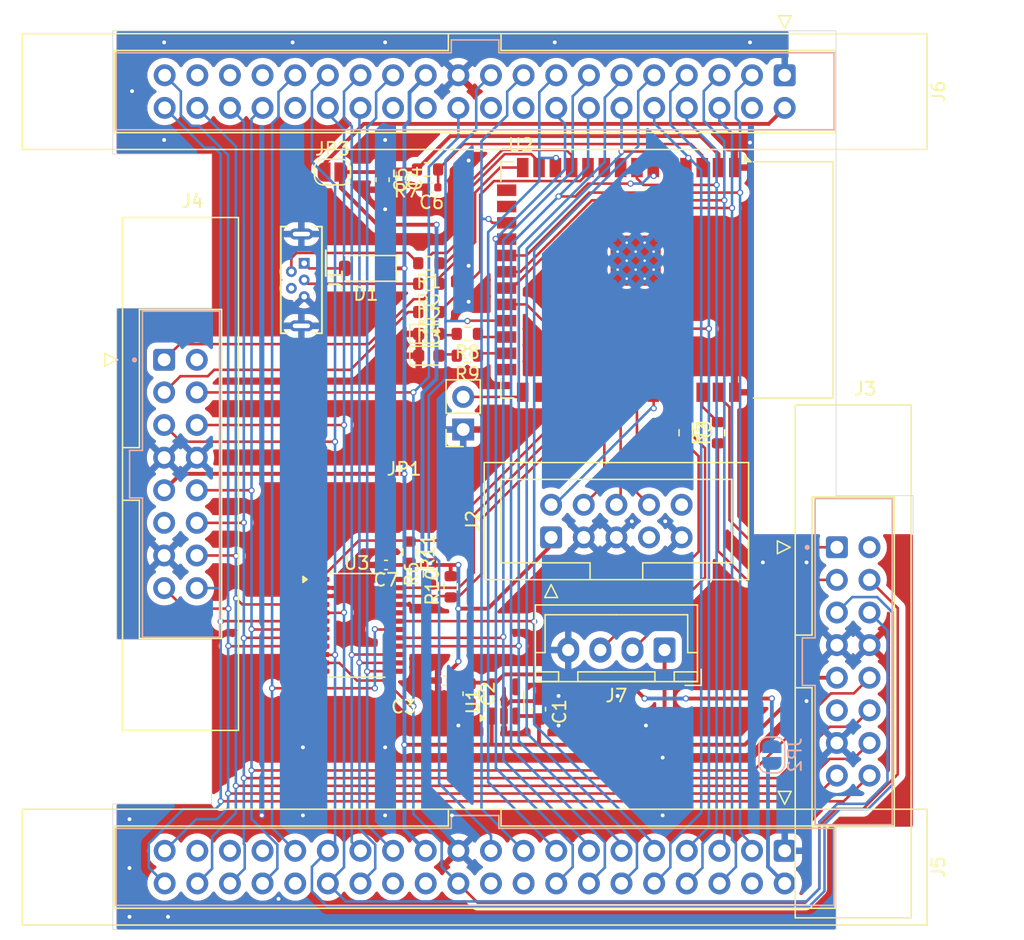
<source format=kicad_pcb>
(kicad_pcb (version 20240108) (generator "pcbnew") (generator_version "8.0")
  (title_block (title "YardForce Rev4-6 CoverUI-Adapter") (date "2024-11-11") (rev "0.1") (comment 1 "(C) Apehaenger 2024 <joerg@ebeling.ws>") (comment 2 "For https://openmower.de & Patrickzzz"))
  (layers (0 "F.Cu" signal) (31 "B.Cu" signal) (34 "B.Paste" user) (35 "F.Paste" user) (36 "B.SilkS" user "B.Silkscreen") (37 "F.SilkS" user "F.Silkscreen") (38 "B.Mask" user) (39 "F.Mask" user) (44 "Edge.Cuts" user))
  (net 0 "")
  (net 1 "/LED_LOCK")
  (net 2 "/HALL_LIFT")
  (net 3 "/LED_8H{slash}R1")
  (net 4 "GND")
  (net 5 "/HALL_LIFTX")
  (net 6 "/BTN_S2")
  (net 7 "/LED_6H{slash}LCD")
  (net 8 "/LED_CHARGE")
  (net 9 "/LED_4H{slash}LCD")
  (net 10 "/STOP_1")
  (net 11 "/HALL_RBUMP")
  (net 12 "/LED_S1{slash}ADS7843_BUSY")
  (net 13 "/BTN_LOCK")
  (net 14 "/BTN_PLAY")
  (net 15 "/STOP_2")
  (net 16 "/BTN_4H{slash}R4")
  (net 17 "/BTN_6H{slash}R5")
  (net 18 "/BTN_HOME")
  (net 19 "/LCD_BACKLIGHT")
  (net 20 "/BTN_10H{slash}R3")
  (net 21 "/BTN_S1")
  (net 22 "/BTN_8H{slash}ADS7843_PEN_IRQ")
  (net 23 "/LED_LIFTED_ADS7843_CS")
  (net 24 "/HALL_LBUMP")
  (net 25 "/LED_S2")
  (net 26 "/LED_10H{slash}LCD")
  (net 28 "+3V3")
  (net 29 "+5V")
  (net 30 "Net-(D1-A)")
  (net 31 "Net-(J1-D-)")
  (net 59 "Net-(U2-TXD0)")
  (net 60 "/JTAG_TMS-SWDIO")
  (net 61 "/JTAG_TDO-SWD")
  (net 62 "/JTAG_TCK-SWCLK")
  (net 63 "/JTAG_NRST")
  (net 64 "/JTAG_TDI")
  (net 65 "/RXD0")
  (net 66 "/TXD0")
  (net 67 "/RXD1")
  (net 68 "/TXD1")
  (net 69 "Net-(U2-IO17)")
  (net 70 "Net-(U2-EN)")
  (net 71 "Net-(JP1-B)")
  (net 72 "Net-(D2-A)")
  (net 73 "Net-(D3-A)")
  (net 74 "/LED_GN")
  (net 75 "/LED_RD")
  (net 77 "Net-(J1-D+)")
  (net 78 "/USB_D-")
  (net 79 "/USB_D+")
  (net 82 "/RXDX")
  (net 83 "/TXDX")
  (net 84 "Net-(U2-IO2)")
  (net 85 "/PE_SCL")
  (net 86 "/PE_SDA")
  (net 87 "/~{PE_INT}")
  (net 88 "/LED_CONN_ADS7843-DIN")
  (net 89 "/LED_BAT_ADS7843-DOUT")
  (net 91 "Net-(J5-Pin_2)")
  (net 92 "Net-(J6-Pin_2)")
  (footprint "Resistor_SMD:R_0603_1608Metric" (layer "F.Cu") (at 144.2 60.8 180)
    (property "Reference" "R7")
    (property "Value" "10k")
  )
  (footprint "Resistor_SMD:R_0603_1608Metric" (layer "F.Cu") (at 142.8 90.6 -90)
    (property "Reference" "R11")
    (property "Value" "10k")
  )
  (footprint "Capacitor_SMD:C_0402_1005Metric" (layer "F.Cu") (at 140.9675 91.6 180)
    (property "Reference" "C7")
    (property "Value" ".1uF")
  )
  (footprint "Diode_SMD:D_SOD-123" (layer "F.Cu") (at 139.4 68.5 180)
    (property "Reference" "D1")
    (property "Value" "D_Schottky")
  )
  (footprint "libs:IDC-Hybrid_2x08_P2.54mm_Latch_Vertical" (layer "F.Cu") (at 176.15 90.2 -90)
    (property "Reference" "J3")
    (property "Value" "YF-Rev6-B")
  )
  (footprint "Capacitor_SMD:C_0603_1608Metric" (layer "F.Cu") (at 140.7 61.6 -90)
    (property "Reference" "C5")
    (property "Value" "10uF")
  )
  (footprint "Connector_IDC:IDC-Header_2x05_P2.54mm_Vertical" (layer "F.Cu") (at 153.82 89.4525 90)
    (property "Reference" "J2")
    (property "Value" "JTAG ARM-10")
  )
  (footprint "Resistor_SMD:R_0603_1608Metric" (layer "F.Cu") (at 166.8 81.3 90)
    (property "Reference" "R5")
    (property "Value" "22	")
  )
  (footprint "Capacitor_SMD:C_0603_1608Metric" (layer "F.Cu") (at 152.875001 102.824999 90)
    (property "Reference" "C1")
    (property "Value" "10uF/10V")
  )
  (footprint "Resistor_SMD:R_0603_1608Metric" (layer "F.Cu") (at 144.4 92.3 90)
    (property "Reference" "R6")
    (property "Value" "10k")
  )
  (footprint "Capacitor_SMD:C_0402_1005Metric" (layer "F.Cu") (at 144.52 62.2 180)
    (property "Reference" "C6")
    (property "Value" "1uF")
  )
  (footprint "LED_SMD:LED_0603_1608Metric" (layer "F.Cu") (at 144.3 73.6)
    (property "Reference" "D2")
    (property "Value" "LED GREEN")
  )
  (footprint "Resistor_SMD:R_0603_1608Metric" (layer "F.Cu") (at 146 93.3 90)
    (property "Reference" "R10")
    (property "Value" "10k")
  )
  (footprint "libs:ESP32-S3-WROOM-1_MOD" (layer "F.Cu") (at 162.86 69.4 -90)
    (property "Reference" "U2")
    (property "Value" "ESP32-S3-WROOM-1")
  )
  (footprint "Jumper:SolderJumper-2_P1.3mm_Open_RoundedPad1.0x1.5mm" (layer "F.Cu") (at 136.8 61)
    (property "Reference" "JP3")
    (property "Value" "Rev4-B 3.3V")
  )
  (footprint "libs:IDC-Hybrid_2x08_P2.54mm_Latch_Vertical" (layer "F.Cu") (at 123.79 75.6 -90)
    (property "Reference" "J4")
    (property "Value" "YF-Rev6-A")
  )
  (footprint "Resistor_SMD:R_0603_1608Metric" (layer "F.Cu") (at 147.3 73.6 180)
    (property "Reference" "R8")
    (property "Value" "180")
  )
  (footprint "Resistor_SMD:R_0603_1608Metric" (layer "F.Cu") (at 144.3 69.7 180)
    (property "Reference" "R2")
    (property "Value" "0")
  )
  (footprint "Connector_PinSocket_2.54mm:PinSocket_1x02_P2.54mm_Vertical" (layer "F.Cu") (at 146.975 81.05 180)
    (property "Reference" "JP1")
    (property "Value" "Boot")
  )
  (footprint "Resistor_SMD:R_0603_1608Metric" (layer "F.Cu") (at 147.3 75.3 180)
    (property "Reference" "R9")
    (property "Value" "220")
  )
  (footprint "Package_TO_SOT_SMD:SOT-23-5" (layer "F.Cu") (at 150.15 102.224999 90)
    (property "Reference" "U1")
    (property "Value" "XC6220B331MR")
  )
  (footprint "libs:IDC-Hybrid_2x20_P2.54mm_Latch_Vertical" (layer "F.Cu") (at 172.01 53.51 180)
    (property "Reference" "J6")
    (property "Value" "YF-Rev4-B")
  )
  (footprint "libs:USB_Micro-B_Wuerth_614105150721_Vertical" (layer "F.Cu") (at 134.6 68.1 -90)
    (property "Reference" "J1")
    (property "Value" "USB_OTG")
  )
  (footprint "Package_SO:TSSOP-24_4.4x7.8mm_P0.65mm" (layer "F.Cu") (at 138.6875 96.3)
    (property "Reference" "U3")
    (property "Value" "TCA9555PWR")
  )
  (footprint "Resistor_SMD:R_0603_1608Metric" (layer "F.Cu") (at 144.3 71.9 180)
    (property "Reference" "R4")
    (property "Value" "22	")
  )
  (footprint "Resistor_SMD:R_0603_1608Metric" (layer "F.Cu") (at 144.3 68.1 180)
    (property "Reference" "R1")
    (property "Value" "0")
  )
  (footprint "Resistor_SMD:R_0603_1608Metric" (layer "F.Cu") (at 164.3 81.3 -90)
    (property "Reference" "R3")
    (property "Value" "22	")
  )
  (footprint "libs:IDC-Hybrid_2x20_P2.54mm_Latch_Vertical" (layer "F.Cu") (at 172.01 113.91 180)
    (property "Reference" "J5")
    (property "Value" "YF-Rev4-A")
  )
  (footprint "Capacitor_SMD:C_0603_1608Metric" (layer "F.Cu") (at 147.475001 101.624999 -90)
    (property "Reference" "C2")
    (property "Value" "10uF/10V")
  )
  (footprint "Connector_JST:JST_XH_B4B-XH-A_1x04_P2.50mm_Vertical" (layer "F.Cu") (at 162.65 98.225 180)
    (property "Reference" "J7")
    (property "Value" "OM UI Board")
  )
  (footprint "Capacitor_SMD:C_0402_1005Metric" (layer "F.Cu") (at 142.1 61.5 -90)
    (property "Reference" "C4")
    (property "Value" ".1uF")
  )
  (footprint "LED_SMD:LED_0603_1608Metric" (layer "F.Cu") (at 144.3 75.3)
    (property "Reference" "D3")
    (property "Value" "LED RED")
  )
  (footprint "Capacitor_SMD:C_0402_1005Metric" (layer "F.Cu") (at 145.5 100.6 180)
    (property "Reference" "C3")
    (property "Value" ".1uF")
  )
  (footprint "Jumper:SolderJumper-2_P1.3mm_Open_RoundedPad1.0x1.5mm" (layer "B.Cu") (at 171 106.4 90)
    (property "Reference" "JP2")
    (property "Value" "Rev4-A 3.3V")
  )
  (gr_line (start 176 50) (end 176 86.2) (stroke (width 0.05)) (layer "Edge.Cuts"))
  (gr_line (start 127.4 71.6) (end 127.4 59.6) (stroke (width 0.05)) (layer "Edge.Cuts"))
  (gr_line (start 127.4 110.2) (end 127.4 110.2) (stroke (width 0.05)) (layer "Edge.Cuts"))
  (gr_line (start 182 112) (end 182 86.2) (stroke (width 0.05)) (layer "Edge.Cuts"))
  (gr_line (start 120 71.6) (end 127.4 71.6) (stroke (width 0.05)) (layer "Edge.Cuts"))
  (gr_line (start 176 112) (end 182 112) (stroke (width 0.05)) (layer "Edge.Cuts"))
  (gr_line (start 176 112) (end 176 120) (stroke (width 0.05)) (layer "Edge.Cuts"))
  (gr_line (start 127.4 59.6) (end 119.7 59.6) (stroke (width 0.05)) (layer "Edge.Cuts"))
  (gr_line (start 127.4 110.2) (end 127.4 97.4) (stroke (width 0.05)) (layer "Edge.Cuts"))
  (gr_line (start 119.7 50) (end 176 50) (stroke (width 0.05)) (layer "Edge.Cuts"))
  (gr_line (start 182 86.2) (end 176 86.2) (stroke (width 0.05)) (layer "Edge.Cuts"))
  (gr_line (start 176 120) (end 119.7 120) (stroke (width 0.05)) (layer "Edge.Cuts"))
  (gr_line (start 119.7 50) (end 119.7 59.6) (stroke (width 0.05)) (layer "Edge.Cuts"))
  (gr_line (start 127.4 97.4) (end 120 97.4) (stroke (width 0.05)) (layer "Edge.Cuts"))
  (gr_line (start 120 97.4) (end 120 71.6) (stroke (width 0.05)) (layer "Edge.Cuts"))
  (gr_line (start 119.7 110.2) (end 127.4 110.2) (stroke (width 0.05)) (layer "Edge.Cuts"))
  (gr_line (start 119.7 120) (end 119.7 110.2) (stroke (width 0.05)) (layer "Edge.Cuts"))
  (segment (start 149.6 66.3) (end 150.285 66.3) (width 0.2) (layer "F.Cu") (net 1))
  (segment (start 149.5 66.2) (end 149.6 66.3) (width 0.2) (layer "F.Cu") (net 1))
  (via (at 149.5 66.2) (size 0.48) (drill 0.3) (layers "F.Cu" "B.Cu") (net 1))
  (segment (start 149.5 66.2) (end 154.9 60.8) (width 0.2) (layer "B.Cu") (net 1))
  (segment (start 149.52 107.42) (end 155.5 113.4) (width 0.2) (layer "B.Cu") (net 1))
  (segment (start 155.5 113.4) (end 155.5 115.12) (width 0.2) (layer "B.Cu") (net 1))
  (segment (start 154.9 60.8) (end 154.9 57.26) (width 0.2) (layer "B.Cu") (net 1))
  (segment (start 154.9 57.26) (end 154.22 56.58) (width 0.2) (layer "B.Cu") (net 1))
  (segment (start 155.5 115.12) (end 154.22 116.4) (width 0.2) (layer "B.Cu") (net 1))
  (segment (start 149.5 66.2) (end 149.52 66.22) (width 0.2) (layer "B.Cu") (net 1))
  (segment (start 149.52 66.22) (end 149.52 107.42) (width 0.2) (layer "B.Cu") (net 1))
  (segment (start 135.825 95.975) (end 128.125 95.975) (width 0.2) (layer "F.Cu") (net 2))
  (segment (start 176.6 110) (end 128.1 110) (width 0.2) (layer "F.Cu") (net 2))
  (segment (start 128.125 95.975) (end 128.1 96) (width 0.2) (layer "F.Cu") (net 2))
  (segment (start 178.6 108) (end 176.6 110) (width 0.2) (layer "F.Cu") (net 2))
  (via (at 128.1 96) (size 0.48) (drill 0.3) (layers "F.Cu" "B.Cu") (net 2))
  (via (at 128.1 110) (size 0.48) (drill 0.3) (layers "F.Cu" "B.Cu") (net 2))
  (segment (start 122.5 115.16) (end 123.74 116.4) (width 0.2) (layer "B.Cu") (net 2))
  (segment (start 128.1 59.6) (end 128.1 93.4) (width 0.2) (layer "B.Cu") (net 2))
  (segment (start 127.6 59.1) (end 128.1 59.6) (width 0.2) (layer "B.Cu") (net 2))
  (segment (start 128.1 110) (end 128.1 110.2) (width 0.2) (layer "B.Cu") (net 2))
  (segment (start 126.24 93.4) (end 128.1 93.4) (width 0.2) (layer "B.Cu") (net 2))
  (segment (start 128.1 93.4) (end 128.1 96) (width 0.2) (layer "B.Cu") (net 2))
  (segment (start 128.1 96) (end 128.1 110) (width 0.2) (layer "B.Cu") (net 2))
  (segment (start 126.84 59.1) (end 127.6 59.1) (width 0.2) (layer "B.Cu") (net 2))
  (segment (start 123.74 56) (end 126.84 59.1) (width 0.2) (layer "B.Cu") (net 2))
  (segment (start 125.2 110.6) (end 122.5 113.3) (width 0.2) (layer "B.Cu") (net 2))
  (segment (start 122.5 113.3) (end 122.5 115.16) (width 0.2) (layer "B.Cu") (net 2))
  (segment (start 128.1 110.2) (end 127.7 110.6) (width 0.2) (layer "B.Cu") (net 2))
  (segment (start 127.7 110.6) (end 125.2 110.6) (width 0.2) (layer "B.Cu") (net 2))
  (segment (start 155.7 62.9) (end 156.7 61.9) (width 0.2) (layer "F.Cu") (net 3))
  (segment (start 156.7 61.9) (end 160 61.9) (width 0.2) (layer "F.Cu") (net 3))
  (segment (start 154.4 62.9) (end 155.7 62.9) (width 0.2) (layer "F.Cu") (net 3))
  (via (at 154.4 62.9) (size 0.48) (drill 0.3) (layers "F.Cu" "B.Cu") (net 3))
  (via (at 160 61.9) (size 0.48) (drill 0.3) (layers "F.Cu" "B.Cu") (net 3))
  (via (at 161.8 61.3) (size 0.48) (drill 0.3) (layers "F.Cu" "B.Cu") (net 3))
  (segment (start 160.9 61.9) (end 161.5 61.3) (width 0.2) (layer "B.Cu") (net 3))
  (segment (start 158 113.2) (end 158 115.16) (width 0.2) (layer "B.Cu") (net 3))
  (segment (start 161.5 61.3) (end 161.8 61.3) (width 0.2) (layer "B.Cu") (net 3))
  (segment (start 154.4 62.9) (end 156.7 60.6) (width 0.2) (layer "B.Cu") (net 3))
  (segment (start 154.4 62.9) (end 150.7 66.6) (width 0.2) (layer "B.Cu") (net 3))
  (segment (start 160 61.9) (end 160.9 61.9) (width 0.2) (layer "B.Cu") (net 3))
  (segment (start 156.7 60.6) (end 156.7 56.391206) (width 0.2) (layer "B.Cu") (net 3))
  (segment (start 150.7 66.6) (end 150.7 105.9) (width 0.2) (layer "B.Cu") (net 3))
  (segment (start 158 115.16) (end 156.76 116.4) (width 0.2) (layer "B.Cu") (net 3))
  (segment (start 150.7 105.9) (end 158 113.2) (width 0.2) (layer "B.Cu") (net 3))
  (segment (start 135.825 93.375) (end 134.4625 93.375) (width 0.3) (layer "F.Cu") (net 4))
  (segment (start 137.0625 94.025) (end 137.0875 94) (width 0.3) (layer "F.Cu") (net 4))
  (segment (start 141.55 94.675) (end 140.3625 94.675) (width 0.3) (layer "F.Cu") (net 4))
  (segment (start 137.0625 93.375) (end 137.0875 93.4) (width 0.3) (layer "F.Cu") (net 4))
  (segment (start 150.15 102.7) (end 150.65 102.2) (width 0.3) (layer "F.Cu") (net 4))
  (segment (start 134.7125 99.875) (end 134.6875 99.9) (width 0.3) (layer "F.Cu") (net 4))
  (segment (start 150.65 102.2) (end 152.725 102.2) (width 0.3) (layer "F.Cu") (net 4))
  (segment (start 150.15 103.362499) (end 150.15 102.7) (width 0.3) (layer "F.Cu") (net 4))
  (segment (start 152.725 102.2) (end 152.875001 102.049999) (width 0.3) (layer "F.Cu") (net 4))
  (segment (start 140.3625 94.675) (end 140.2875 94.6) (width 0.3) (layer "F.Cu") (net 4))
  (segment (start 142.7125 94.675) (end 142.7875 94.6) (width 0.3) (layer "F.Cu") (net 4))
  (segment (start 135.825 99.875) (end 134.7125 99.875) (width 0.3) (layer "F.Cu") (net 4))
  (segment (start 134.4625 93.375) (end 134.3875 93.3) (width 0.3) (layer "F.Cu") (net 4))
  (segment (start 135.825 93.375) (end 137.0625 93.375) (width 0.3) (layer "F.Cu") (net 4))
  (segment (start 134.5125 94.025) (end 134.4875 94) (width 0.3) (layer "F.Cu") (net 4))
  (segment (start 135.825 94.025) (end 134.5125 94.025) (width 0.3) (layer "F.Cu") (net 4))
  (segment (start 141.55 94.675) (end 142.7125 94.675) (width 0.3) (layer "F.Cu") (net 4))
  (segment (start 135.825 94.025) (end 137.0625 94.025) (width 0.3) (layer "F.Cu") (net 4))
  (via (at 121 115.2) (size 0.48) (drill 0.3) (layers "F.Cu" "B.Cu") (net 4))
  (via (at 134.5 111.1) (size 0.48) (drill 0.3) (layers "F.Cu" "B.Cu") (net 4))
  (via (at 123.7 58.5) (size 0.48) (drill 0.3) (layers "F.Cu" "B.Cu") (net 4))
  (via (at 121.2 54.7) (size 0.48) (drill 0.3) (layers "F.Cu" "B.Cu") (net 4))
  (via (at 131.3 111.1) (size 0.48) (drill 0.3) (layers "F.Cu" "B.Cu") (net 4))
  (via (at 134.5 105.8) (size 0.48) (drill 0.3) (layers "F.Cu" "B.Cu") (net 4))
  (via (at 173.7 102.2) (size 0.48) (drill 0.3) (layers "F.Cu" "B.Cu") (net 4))
  (via (at 147.4 60.1) (size 0.48) (drill 0.3) (layers "F.Cu" "B.Cu") (net 4))
  (via (at 147.4 71.1) (size 0.48) (drill 0.3) (layers "F.Cu" "B.Cu") (net 4))
  (via (at 124 119) (size 0.48) (drill 0.3) (layers "F.Cu" "B.Cu") (net 4))
  (via (at 140.9 105.8) (size 0.48) (drill 0.3) (layers "F.Cu" "B.Cu") (net 4))
  (via (at 121 119) (size 0.48) (drill 0.3) (layers "F.Cu" "B.Cu") (net 4))
  (via (at 154.4 104.1) (size 0.48) (drill 0.3) (layers "F.Cu" "B.Cu") (net 4))
  (via (at 162.5 111.1) (size 0.48) (drill 0.3) (layers "F.Cu" "B.Cu") (net 4))
  (via (at 123.7 50.9) (size 0.48) (drill 0.3) (layers "F.Cu" "B.Cu") (net 4))
  (via (at 159 101.8) (size 0.48) (drill 0.3) (layers "F.Cu" "B.Cu") (net 4))
  (via (at 173.7 91.4) (size 0.48) (drill 0.3) (layers "F.Cu" "B.Cu") (net 4))
  (via (at 154.4 101.8) (size 0.48) (drill 0.3) (layers "F.Cu" "B.Cu") (net 4))
  (via (at 162.5 106.6) (size 0.48) (drill 0.3) (layers "F.Cu" "B.Cu") (net 4))
  (via (at 154.1 50.9) (size 0.48) (drill 0.3) (layers "F.Cu" "B.Cu") (net 4))
  (via (at 160.1 88.2) (size 0.48) (drill 0.3) (layers "F.Cu" "B.Cu") (net 4))
  (via (at 161.2 104.1) (size 0.48) (drill 0.3) (layers "F.Cu" "B.Cu") (net 4))
  (via (at 146.1 111.1) (size 0.48) (drill 0.3) (layers "F.Cu" "B.Cu") (net 4))
  (via (at 132.6 117.6) (size 0.48) (drill 0.3) (layers "F.Cu" "B.Cu") (net 4))
  (via (at 146.6 104.1) (size 0.48) (drill 0.3) (layers "F.Cu" "B.Cu") (net 4))
  (via (at 140.2 93.1) (size 0.48) (drill 0.3) (layers "F.Cu" "B.Cu") (net 4))
  (via (at 140.9 63.9) (size 0.48) (drill 0.3) (layers "F.Cu" "B.Cu") (net 4))
  (via (at 169.3 50.9) (size 0.48) (drill 0.3) (layers "F.Cu" "B.Cu") (net 4))
  (via (at 169.3 58.7) (size 0.48) (drill 0.3) (layers "F.Cu" "B.Cu") (net 4))
  (via (at 140.9 58.5) (size 0.48) (drill 0.3) (layers "F.Cu" "B.Cu") (net 4))
  (via (at 133.7 50.9) (size 0.48) (drill 0.3) (layers "F.Cu" "B.Cu") (net 4))
  (via (at 170.3 91.4) (size 0.48) (drill 0.3) (layers "F.Cu" "B.Cu") (net 4))
  (via (at 147.4 68.3) (size 0.48) (drill 0.3) (layers "F.Cu" "B.Cu") (net 4))
  (via (at 162.7 88.2) (size 0.48) (drill 0.3) (layers "F.Cu" "B.Cu") (net 4))
  (via (at 140.9 50.9) (size 0.48) (drill 0.3) (layers "F.Cu" "B.Cu") (net 4))
  (via (at 140.9 111.1) (size 0.48) (drill 0.3) (layers "F.Cu" "B.Cu") (net 4))
  (via (at 121 111.4) (size 0.48) (drill 0.3) (layers "F.Cu" "B.Cu") (net 4))
  (segment (start 146.6 113.5) (end 145.8 112.7) (width 0.3) (layer "B.Cu") (net 4))
  (segment (start 175.6 101.6) (end 177.38 101.6) (width 0.2) (layer "F.Cu") (net 5))
  (segment (start 169.6 107.6) (end 175.6 101.6) (width 0.2) (layer "F.Cu") (net 5))
  (segment (start 177.38 101.6) (end 178.6 100.38) (width 0.2) (layer "F.Cu") (net 5))
  (segment (start 130.5 85.8) (end 130.48 85.78) (width 0.2) (layer "F.Cu") (net 5))
  (segment (start 130.5 107.6) (end 169.6 107.6) (width 0.2) (layer "F.Cu") (net 5))
  (segment (start 130.48 85.78) (end 126.24 85.78) (width 0.2) (layer "F.Cu") (net 5))
  (segment (start 130.525 96.625) (end 130.5 96.6) (width 0.2) (layer "F.Cu") (net 5))
  (segment (start 135.825 96.625) (end 130.525 96.625) (width 0.2) (layer "F.Cu") (net 5))
  (via (at 130.5 85.8) (size 0.48) (drill 0.3) (layers "F.Cu" "B.Cu") (net 5))
  (via (at 130.5 107.6) (size 0.48) (drill 0.3) (layers "F.Cu" "B.Cu") (net 5))
  (via (at 130.5 96.6) (size 0.48) (drill 0.3) (layers "F.Cu" "B.Cu") (net 5))
  (segment (start 130.5 111.373654) (end 132.51 113.383654) (width 0.2) (layer "B.Cu") (net 5))
  (segment (start 132.51 113.383654) (end 132.51 115.25) (width 0.2) (layer "B.Cu") (net 5))
  (segment (start 131.36 56) (end 130.5 56.86) (width 0.2) (layer "B.Cu") (net 5))
  (segment (start 130.5 85.8) (end 130.5 96.6) (width 0.2) (layer "B.Cu") (net 5))
  (segment (start 130.5 56.86) (end 130.5 85.8) (width 0.2) (layer "B.Cu") (net 5))
  (segment (start 132.51 115.25) (end 131.36 116.4) (width 0.2) (layer "B.Cu") (net 5))
  (segment (start 130.5 96.6) (end 130.5 107.6) (width 0.2) (layer "B.Cu") (net 5))
  (segment (start 130.5 107.6) (end 130.5 111.373654) (width 0.2) (layer "B.Cu") (net 5))
  (segment (start 141.55 98.575) (end 138.325 98.575) (width 0.2) (layer "F.Cu") (net 6))
  (segment (start 138.325 98.575) (end 138.3 98.6) (width 0.2) (layer "F.Cu") (net 6))
  (via (at 138.3 98.6) (size 0.48) (drill 0.3) (layers "F.Cu" "B.Cu") (net 6))
  (segment (start 138.3 98.6) (end 138.3 113.18) (width 0.2) (layer "B.Cu") (net 6))
  (segment (start 138.3 113.18) (end 138.98 113.86) (width 0.2) (layer "B.Cu") (net 6))
  (segment (start 137.7 56.824388) (end 138.3 57.424388) (width 0.2) (layer "B.Cu") (net 6))
  (segment (start 138.98 53.46) (end 137.7 54.74) (width 0.2) (layer "B.Cu") (net 6))
  (segment (start 137.7 54.74) (end 137.7 56.824388) (width 0.2) (layer "B.Cu") (net 6))
  (segment (start 138.3 57.424388) (end 138.3 98.6) (width 0.2) (layer "B.Cu") (net 6))
  (segment (start 162.09 59.4) (end 163.04 60.35) (width 0.2) (layer "F.Cu") (net 7))
  (segment (start 159.3 59.4) (end 162.09 59.4) (width 0.2) (layer "F.Cu") (net 7))
  (via (at 159.3 59.4) (size 0.48) (drill 0.3) (layers "F.Cu" "B.Cu") (net 7))
  (segment (start 160.5 113.265) (end 160.5 115.2) (width 0.2) (layer "B.Cu") (net 7))
  (segment (start 159.3 59.4) (end 159.3 59.6) (width 0.2) (layer "B.Cu") (net 7))
  (segment (start 159.3 59.6) (end 151.92 66.98) (width 0.2) (layer "B.Cu") (net 7))
  (segment (start 160.5 115.2) (end 159.3 116.4) (width 0.2) (layer "B.Cu") (net 7))
  (segment (start 151.92 66.98) (end 151.92 104.685) (width 0.2) (layer "B.Cu") (net 7))
  (segment (start 151.92 104.685) (end 160.5 113.265) (width 0.2) (layer "B.Cu") (net 7))
  (segment (start 159.3 59.4) (end 159.3 56) (width 0.2) (layer "B.Cu") (net 7))
  (segment (start 151.905 71.305) (end 150.36 71.305) (width 0.2) (layer "F.Cu") (net 8))
  (segment (start 153.8 73.2) (end 151.905 71.305) (width 0.2) (layer "F.Cu") (net 8))
  (segment (start 166.1 73.2) (end 153.8 73.2) (width 0.2) (layer "F.Cu") (net 8))
  (via (at 166.1 73.2) (size 0.48) (drill 0.3) (layers "F.Cu" "B.Cu") (net 8))
  (segment (start 163.1 57.3) (end 163.1 54.74) (width 0.2) (layer "B.Cu") (net 8))
  (segment (start 166.1 112) (end 166.1 73.2) (width 0.2) (layer "B.Cu") (net 8))
  (segment (start 166.1 60.3) (end 163.1 57.3) (width 0.2) (layer "B.Cu") (net 8))
  (segment (start 163.1 54.74) (end 164.38 53.46) (width 0.2) (layer "B.Cu") (net 8))
  (segment (start 166.1 73.2) (end 166.1 60.3) (width 0.2) (layer "B.Cu") (net 8))
  (segment (start 166.1 112) (end 164.38 113.72) (width 0.2) (layer "B.Cu") (net 8))
  (via (at 164.5 59.9) (size 0.48) (drill 0.3) (layers "F.Cu" "B.Cu") (net 9))
  (segment (start 164.5 59.837552) (end 161.84 57.177552) (width 0.2) (layer "B.Cu") (net 9))
  (segment (start 163.1 115.14) (end 163.1 113.3) (width 0.2) (layer "B.Cu") (net 9))
  (segment (start 165.5 60.837552) (end 164.562448 59.9) (width 0.2) (layer "B.Cu") (net 9))
  (segment (start 161.84 116.4) (end 163.1 115.14) (width 0.2) (layer "B.Cu") (net 9))
  (segment (start 161.84 57.177552) (end 161.84 56) (width 0.2) (layer "B.Cu") (net 9))
  (segment (start 164.562448 59.9) (end 164.5 59.9) (width 0.2) (layer "B.Cu") (net 9))
  (segment (start 165.5 110.9) (end 165.5 60.837552) (width 0.2) (layer "B.Cu") (net 9))
  (segment (start 164.5 59.9) (end 164.5 59.837552) (width 0.2) (layer "B.Cu") (net 9))
  (segment (start 163.1 113.3) (end 165.5 110.9) (width 0.2) (layer "B.Cu") (net 9))
  (segment (start 129.16 90.86) (end 126.24 90.86) (width 0.2) (layer "F.Cu") (net 10))
  (segment (start 129.28 108.8) (end 173.4 108.8) (width 0.2) (layer "F.Cu") (net 10))
  (segment (start 135.825 94.675) (end 129.775 94.675) (width 0.2) (layer "F.Cu") (net 10))
  (segment (start 129.2 90.9) (end 129.16 90.86) (width 0.2) (layer "F.Cu") (net 10))
  (segment (start 129.3 90.9) (end 129.2 90.9) (width 0.2) (layer "F.Cu") (net 10))
  (segment (start 173.4 108.8) (end 175.5 106.7) (width 0.2) (layer "F.Cu") (net 10))
  (segment (start 175.5 106.7) (end 177.36 106.7) (width 0.2) (layer "F.Cu") (net 10))
  (segment (start 177.36 106.7) (end 178.6 105.46) (width 0.2) (layer "F.Cu") (net 10))
  (segment (start 129.775 94.675) (end 129.3 94.2) (width 0.2) (layer "F.Cu") (net 10))
  (via (at 129.3 90.9) (size 0.48) (drill 0.3) (layers "F.Cu" "B.Cu") (net 10))
  (via (at 129.28 108.8) (size 0.48) (drill 0.3) (layers "F.Cu" "B.Cu") (net 10))
  (via (at 129.3 94.2) (size 0.48) (drill 0.3) (layers "F.Cu" "B.Cu") (net 10))
  (segment (start 127.43 115.25) (end 126.28 116.4) (width 0.2) (layer "B.Cu") (net 10))
  (segment (start 129.28 90.88) (end 129.3 90.9) (width 0.2) (layer "B.Cu") (net 10))
  (segment (start 129.28 59) (end 129.28 90.88) (width 0.2) (layer "B.Cu") (net 10))
  (segment (start 127.43 112.77) (end 127.43 115.25) (width 0.2) (layer "B.Cu") (net 10))
  (segment (start 129.28 110.92) (end 127.43 112.77) (width 0.2) (layer "B.Cu") (net 10))
  (segment (start 129.28 90.92) (end 129.3 90.9) (width 0.2) (layer "B.Cu") (net 10))
  (segment (start 129.3 94.2) (end 129.28 94.18) (width 0.2) (layer "B.Cu") (net 10))
  (segment (start 126.28 56) (end 129.28 59) (width 0.2) (layer "B.Cu") (net 10))
  (segment (start 129.28 108.8) (end 129.28 94.22) (width 0.2) (layer "B.Cu") (net 10))
  (segment (start 129.28 94.22) (end 129.3 94.2) (width 0.2) (layer "B.Cu") (net 10))
  (segment (start 129.28 94.18) (end 129.28 90.92) (width 0.2) (layer "B.Cu") (net 10))
  (segment (start 129.28 108.8) (end 129.28 110.92) (width 0.2) (layer "B.Cu") (net 10))
  (segment (start 125.3 95) (end 123.7 93.4) (width 0.2) (layer "F.Cu") (net 11))
  (segment (start 135.825 97.925) (end 128.725 97.925) (width 0.2) (layer "F.Cu") (net 11))
  (segment (start 174.66 109.4) (end 128.68 109.4) (width 0.2) (layer "F.Cu") (net 11))
  (segment (start 128.7 95) (end 125.3 95) (width 0.2) (layer "F.Cu") (net 11))
  (segment (start 176.06 108) (end 174.66 109.4) (width 0.2) (layer "F.Cu") (net 11))
  (segment (start 128.725 97.925) (end 128.7 97.9) (width 0.2) (layer "F.Cu") (net 11))
  (via (at 128.7 95) (size 0.48) (drill 0.3) (layers "F.Cu" "B.Cu") (net 11))
  (via (at 128.7 97.9) (size 0.48) (drill 0.3) (layers "F.Cu" "B.Cu") (net 11))
  (via (at 128.68 109.4) (size 0.48) (drill 0.3) (layers "F.Cu" "B.Cu") (net 11))
  (segment (start 127.8 111.4) (end 126.2 111.4) (width 0.2) (layer "B.Cu") (net 11))
  (segment (start 128.68 107.48) (end 128.68 97.92) (width 0.2) (layer "B.Cu") (net 11))
  (segment (start 125.813654 57.4) (end 125 56.586346) (width 0.2) (layer "B.Cu") (net 11))
  (segment (start 126.2 111.4) (end 123.74 113.86) (width 0.2) (layer "B.Cu") (net 11))
  (segment (start 126.4 57.4) (end 125.813654 57.4) (width 0.2) (layer "B.Cu") (net 11))
  (segment (start 128.68 109.4) (end 128.68 110.52) (width 0.2) (layer "B.Cu") (net 11))
  (segment (start 128.68 94.98) (end 128.68 59.68) (width 0.2) (layer "B.Cu") (net 11))
  (segment (start 125 56.586346) (end 125 54.72) (width 0.2) (layer "B.Cu") (net 11))
  (segment (start 128.68 107.52) (end 128.7 107.5) (width 0.2) (layer "B.Cu") (net 11))
  (segment (start 128.68 59.68) (end 126.4 57.4) (width 0.2) (layer "B.Cu") (net 11))
  (segment (start 128.7 97.9) (end 128.68 97.88) (width 0.2) (layer "B.Cu") (net 11))
  (segment (start 128.68 95.02) (end 128.7 95) (width 0.2) (layer "B.Cu") (net 11))
  (segment (start 128.68 97.88) (end 128.68 95.02) (width 0.2) (layer "B.Cu") (net 11))
  (segment (start 128.68 110.52) (end 127.8 111.4) (width 0.2) (layer "B.Cu") (net 11))
  (segment (start 128.68 97.92) (end 128.7 97.9) (width 0.2) (layer "B.Cu") (net 11))
  (segment (start 125 54.72) (end 123.74 53.46) (width 0.2) (layer "B.Cu") (net 11))
  (segment (start 128.68 109.4) (end 128.68 107.52) (width 0.2) (layer "B.Cu") (net 11))
  (segment (start 128.7 95) (end 128.68 94.98) (width 0.2) (layer "B.Cu") (net 11))
  (segment (start 128.7 107.5) (end 128.68 107.48) (width 0.2) (layer "B.Cu") (net 11))
  (via (at 154.2 59.9) (size 0.48) (drill 0.3) (layers "F.Cu" "B.Cu") (net 12))
  (segment (start 152.9 59.9) (end 152.9 61.7) (width 0.2) (layer "B.Cu") (net 12))
  (segment (start 154.22 53.46) (end 152.9 54.78) (width 0.2) (layer "B.Cu") (net 12))
  (segment (start 148.92 108.52) (end 154.22 113.82) (width 0.2) (layer "B.Cu") (net 12))
  (segment (start 148.92 65.68) (end 148.92 108.52) (width 0.2) (layer "B.Cu") (net 12))
  (segment (start 154.2 59.9) (end 152.9 59.9) (width 0.2) (layer "B.Cu") (net 12))
  (segment (start 152.9 61.7) (end 148.92 65.68) (width 0.2) (layer "B.Cu") (net 12))
  (segment (start 152.9 54.78) (end 152.9 59.9) (width 0.2) (layer "B.Cu") (net 12))
  (segment (start 139.525 99.875) (end 139.5 99.9) (width 0.2) (layer "F.Cu") (net 13))
  (segment (start 141.55 99.875) (end 139.525 99.875) (width 0.2) (layer "F.Cu") (net 13))
  (via (at 139.5 99.9) (size 0.48) (drill 0.3) (layers "F.Cu" "B.Cu") (net 13))
  (segment (start 141.52 53.46) (end 140.2 54.78) (width 0.2) (layer "B.Cu") (net 13))
  (segment (start 140.2 54.78) (end 140.2 56.8) (width 0.2) (layer "B.Cu") (net 13))
  (segment (start 139.5 57.5) (end 139.5 99.9) (width 0.2) (layer "B.Cu") (net 13))
  (segment (start 139.5 111.84) (end 141.52 113.86) (width 0.2) (layer "B.Cu") (net 13))
  (segment (start 140.2 56.8) (end 139.5 57.5) (width 0.2) (layer "B.Cu") (net 13))
  (segment (start 139.5 99.9) (end 139.5 111.84) (width 0.2) (layer "B.Cu") (net 13))
  (segment (start 180.8 107.9) (end 178.1 110.6) (width 0.2) (layer "F.Cu") (net 14))
  (segment (start 178.6 92.76) (end 180.8 94.96) (width 0.2) (layer "F.Cu") (net 14))
  (segment (start 180.8 94.96) (end 180.8 107.9) (width 0.2) (layer "F.Cu") (net 14))
  (segment (start 138.7 100.6) (end 137.325 99.225) (width 0.2) (layer "F.Cu") (net 14))
  (segment (start 140.9 100.6) (end 138.7 100.6) (width 0.2) (layer "F.Cu") (net 14))
  (segment (start 174.7 116.8) (end 173.6 117.9) (width 0.2) (layer "F.Cu") (net 14))
  (segment (start 176 110.6) (end 174.7 111.9) (width 0.2) (layer "F.Cu") (net 14))
  (segment (start 174.7 111.9) (end 174.7 116.8) (width 0.2) (layer "F.Cu") (net 14))
  (segment (start 178.1 110.6) (end 176 110.6) (width 0.2) (layer "F.Cu") (net 14))
  (segment (start 137.325 99.225) (end 135.825 99.225) (width 0.2) (layer "F.Cu") (net 14))
  (segment (start 143.1 102.6) (end 142.9 102.6) (width 0.2) (layer "F.Cu") (net 14))
  (segment (start 148.1 117.9) (end 146.6 116.4) (width 0.2) (layer "F.Cu") (net 14))
  (segment (start 143.1 78.16) (end 126.24 78.16) (width 0.2) (layer "F.Cu") (net 14))
  (segment (start 173.6 117.9) (end 148.1 117.9) (width 0.2) (layer "F.Cu") (net 14))
  (segment (start 142.9 102.6) (end 140.9 100.6) (width 0.2) (layer "F.Cu") (net 14))
  (via (at 143.1 78.16) (size 0.48) (drill 0.3) (layers "F.Cu" "B.Cu") (net 14))
  (via (at 143.1 102.6) (size 0.48) (drill 0.3) (layers "F.Cu" "B.Cu") (net 14))
  (segment (start 145.3 113.2) (end 145.3 115.1) (width 0.2) (layer "B.Cu") (net 14))
  (segment (start 143.1 78.16) (end 144.3 76.96) (width 0.2) (layer "B.Cu") (net 14))
  (segment (start 144.3 76.96) (end 144.3 60.6) (width 0.2) (layer "B.Cu") (net 14))
  (segment (start 143.1 102.6) (end 143.1 111) (width 0.2) (layer "B.Cu") (net 14))
  (segment (start 143.1 111) (end 145.3 113.2) (width 0.2) (layer "B.Cu") (net 14))
  (segment (start 143.1 102.6) (end 143.1 78.16) (width 0.2) (layer "B.Cu") (net 14))
  (segment (start 144.3 60.6) (end 146.6 58.3) (width 0.2) (layer "B.Cu") (net 14))
  (segment (start 146.6 58.3) (end 146.6 56) (width 0.2) (layer "B.Cu") (net 14))
  (segment (start 145.3 115.1) (end 146.6 116.4) (width 0.2) (layer "B.Cu") (net 14))
  (segment (start 137.675 95.325) (end 137.7 95.3) (width 0.2) (layer "F.Cu") (net 15))
  (segment (start 135.825 95.325) (end 137.675 95.325) (width 0.2) (layer "F.Cu") (net 15))
  (segment (start 137.7 80.7) (end 126.24 80.7) (width 0.2) (layer "F.Cu") (net 15))
  (via (at 137.7 80.7) (size 0.48) (drill 0.3) (layers "F.Cu" "B.Cu") (net 15))
  (via (at 137.7 95.3) (size 0.48) (drill 0.3) (layers "F.Cu" "B.Cu") (net 15))
  (segment (start 178.6 95.3) (end 180 96.7) (width 0.2) (layer "B.Cu") (net 15))
  (segment (start 174.7 111.6) (end 174.7 116.8) (width 0.2) (layer "B.Cu") (net 15))
  (segment (start 180 108.5) (end 178.3 110.2) (width 0.2) (layer "B.Cu") (net 15))
  (segment (start 176.1 110.2) (end 174.7 111.6) (width 0.2) (layer "B.Cu") (net 15))
  (segment (start 178.3 110.2) (end 176.1 110.2) (width 0.2) (layer "B.Cu") (net 15))
  (segment (start 137.7 95.3) (end 137.7 115.14) (width 0.2) (layer "B.Cu") (net 15))
  (segment (start 137.7 80.7) (end 137.7 95.3) (width 0.2) (layer "B.Cu") (net 15))
  (segment (start 137.7 115.14) (end 136.44 116.4) (width 0.2) (layer "B.Cu") (net 15))
  (segment (start 137.7 57.7) (end 137.7 80.7) (width 0.2) (layer "B.Cu") (net 15))
  (segment (start 136.44 56.44) (end 137.7 57.7) (width 0.2) (layer "B.Cu") (net 15))
  (segment (start 137.84 117.8) (end 136.44 116.4) (width 0.2) (layer "B.Cu") (net 15))
  (segment (start 173.7 117.8) (end 137.84 117.8) (width 0.2) (layer "B.Cu") (net 15))
  (segment (start 174.7 116.8) (end 173.7 117.8) (width 0.2) (layer "B.Cu") (net 15))
  (segment (start 180 96.7) (end 180 108.5) (width 0.2) (layer "B.Cu") (net 15))
  (segment (start 151.3 97.9) (end 151.275 97.925) (width 0.2) (layer "F.Cu") (net 16))
  (segment (start 151.275 97.925) (end 141.55 97.925) (width 0.2) (layer "F.Cu") (net 16))
  (via (at 151.3 97.9) (size 0.48) (drill 0.3) (layers "F.Cu" "B.Cu") (net 16))
  (segment (start 151.3 97.9) (end 151.3 105.3) (width 0.2) (layer "B.Cu") (net 16))
  (segment (start 151.3 105.3) (end 159.3 113.3) (width 0.2) (layer "B.Cu") (net 16))
  (segment (start 158 55.2) (end 159.3 53.9) (width 0.2) (layer "B.Cu") (net 16))
  (segment (start 151.3 97.9) (end 151.3 66.9) (width 0.2) (layer "B.Cu") (net 16))
  (segment (start 158 60.2) (end 158 55.2) (width 0.2) (layer "B.Cu") (net 16))
  (segment (start 151.3 66.9) (end 158 60.2) (width 0.2) (layer "B.Cu") (net 16))
  (segment (start 150.025 97.275) (end 141.55 97.275) (width 0.2) (layer "F.Cu") (net 17))
  (segment (start 150.1 97.2) (end 150.025 97.275) (width 0.2) (layer "F.Cu") (net 17))
  (via (at 150.1 97.2) (size 0.48) (drill 0.3) (layers "F.Cu" "B.Cu") (net 17))
  (segment (start 155.5 55.1) (end 156.76 53.84) (width 0.2) (layer "B.Cu") (net 17))
  (segment (start 155.5 60.9) (end 155.5 55.1) (width 0.2) (layer "B.Cu") (net 17))
  (segment (start 150.1 66.3) (end 155.5 60.9) (width 0.2) (layer "B.Cu") (net 17))
  (segment (start 150.1 106.8) (end 156.76 113.46) (width 0.2) (layer "B.Cu") (net 17))
  (segment (start 150.1 97.2) (end 150.1 106.8) (width 0.2) (layer "B.Cu") (net 17))
  (segment (start 150.1 97.2) (end 150.1 66.3) (width 0.2) (layer "B.Cu") (net 17))
  (segment (start 137 98.6) (end 135.85 98.6) (width 0.2) (layer "F.Cu") (net 18))
  (segment (start 137 82) (end 125 82) (width 0.2) (layer "F.Cu") (net 18))
  (segment (start 125 82) (end 123.7 80.7) (width 0.2) (layer "F.Cu") (net 18))
  (via (at 137 82) (size 0.48) (drill 0.3) (layers "F.Cu" "B.Cu") (net 18))
  (via (at 137 98.6) (size 0.48) (drill 0.3) (layers "F.Cu" "B.Cu") (net 18))
  (segment (start 177.26 94.1) (end 179.2 94.1) (width 0.2) (layer "B.Cu") (net 18))
  (segment (start 136.44 53.46) (end 135.2 54.7) (width 0.2) (layer "B.Cu") (net 18))
  (segment (start 135.2 115.1) (end 136.44 113.86) (width 0.2) (layer "B.Cu") (net 18))
  (segment (start 136.4 118.2) (end 135.2 117) (width 0.2) (layer "B.Cu") (net 18))
  (segment (start 176.3 110.6) (end 175.1 111.8) (width 0.2) (layer "B.Cu") (net 18))
  (segment (start 180.4 95.3) (end 180.4 108.7) (width 0.2) (layer "B.Cu") (net 18))
  (segment (start 135.2 117) (end 135.2 115.1) (width 0.2) (layer "B.Cu") (net 18))
  (segment (start 175.1 111.8) (end 175.1 117) (width 0.2) (layer "B.Cu") (net 18))
  (segment (start 137 62) (end 137 82) (width 0.2) (layer "B.Cu") (net 18))
  (segment (start 180.4 108.7) (end 178.5 110.6) (width 0.2) (layer "B.Cu") (net 18))
  (segment (start 137 113.3) (end 136.44 113.86) (width 0.2) (layer "B.Cu") (net 18))
  (segment (start 137 98.6) (end 137 113.3) (width 0.2) (layer "B.Cu") (net 18))
  (segment (start 135.2 60.2) (end 137 62) (width 0.2) (layer "B.Cu") (net 18))
  (segment (start 137 82) (end 137 98.6) (width 0.2) (layer "B.Cu") (net 18))
  (segment (start 179.2 94.1) (end 180.4 95.3) (width 0.2) (layer "B.Cu") (net 18))
  (segment (start 173.9 118.2) (end 136.4 118.2) (width 0.2) (layer "B.Cu") (net 18))
  (segment (start 178.5 110.6) (end 176.3 110.6) (width 0.2) (layer "B.Cu") (net 18))
  (segment (start 135.2 54.7) (end 135.2 60.2) (width 0.2) (layer "B.Cu") (net 18))
  (segment (start 175.1 117) (end 173.9 118.2) (width 0.2) (layer "B.Cu") (net 18))
  (segment (start 176.06 95.3) (end 177.26 94.1) (width 0.2) (layer "B.Cu") (net 18))
  (segment (start 147.4 72.6) (end 147.3 72.6) (width 0.2) (layer "F.Cu") (net 19))
  (segment (start 150.36 72.575) (end 147.375 72.575) (width 0.2) (layer "F.Cu") (net 19))
  (segment (start 147.375 72.575) (end 147.4 72.6) (width 0.2) (layer "F.Cu") (net 19))
  (via (at 147.3 72.6) (size 0.48) (drill 0.3) (layers "F.Cu" "B.Cu") (net 19))
  (segment (start 144.3 90.5) (end 145.1 91.3) (width 0.2) (layer "B.Cu") (net 19))
  (segment (start 145.6 72.7) (end 145.6 77.1) (width 0.2) (layer "B.Cu") (net 19))
  (segment (start 145.6 77.1) (end 144.3 78.4) (width 0.2) (layer "B.Cu") (net 19))
  (segment (start 144.3 78.4) (end 144.3 90.5) (width 0.2) (layer "B.Cu") (net 19))
  (segment (start 145.1 91.3) (end 145.1 108.617919) (width 0.2) (layer "B.Cu") (net 19))
  (segment (start 145.6 60.079756) (end 145.6 72.7) (width 0.2) (layer "B.Cu") (net 19))
  (segment (start 149.14 112.657919) (end 149.14 113.86) (width 0.2) (layer "B.Cu") (net 19))
  (segment (start 147.99 54.61) (end 147.99 57.689756) (width 0.2) (layer "B.Cu") (net 19))
  (segment (start 147.3 72.6) (end 145.6 72.6) (width 0.2) (layer "B.Cu") (net 19))
  (segment (start 149.14 53.46) (end 147.99 54.61) (width 0.2) (layer "B.Cu") (net 19))
  (segment (start 145.6 72.6) (end 145.6 72.7) (width 0.2) (layer "B.Cu") (net 19))
  (segment (start 147.99 57.689756) (end 145.6 60.079756) (width 0.2) (layer "B.Cu") (net 19))
  (segment (start 145.1 108.617919) (end 149.14 112.657919) (width 0.2) (layer "B.Cu") (net 19))
  (segment (start 152.475 95.975) (end 141.55 95.975) (width 0.2) (layer "F.Cu") (net 20))
  (segment (start 152.5 96) (end 152.475 95.975) (width 0.2) (layer "F.Cu") (net 20))
  (via (at 152.5 96) (size 0.48) (drill 0.3) (layers "F.Cu" "B.Cu") (net 20))
  (segment (start 152.5 67.1) (end 160.6 59) (width 0.2) (layer "B.Cu") (net 20))
  (segment (start 152.5 96) (end 152.5 67.1) (width 0.2) (layer "B.Cu") (net 20))
  (segment (start 160.6 59) (end 160.6 54.7) (width 0.2) (layer "B.Cu") (net 20))
  (segment (start 152.5 96) (end 152.5 104) (width 0.2) (layer "B.Cu") (net 20))
  (segment (start 160.6 54.7) (end 161.84 53.46) (width 0.2) (layer "B.Cu") (net 20))
  (segment (start 152.5 104) (end 161.84 113.34) (width 0.2) (layer "B.Cu") (net 20))
  (segment (start 141.55 99.225) (end 138.925 99.225) (width 0.2) (layer "F.Cu") (net 21))
  (segment (start 138.925 99.225) (end 138.9 99.2) (width 0.2) (layer "F.Cu") (net 21))
  (via (at 138.9 99.2) (size 0.48) (drill 0.3) (layers "F.Cu" "B.Cu") (net 21))
  (segment (start 140.13 113.383654) (end 138.9 112.153654) (width 0.2) (layer "B.Cu") (net 21))
  (segment (start 138.9 99.2) (end 138.9 56.08) (width 0.2) (layer "B.Cu") (net 21))
  (segment (start 138.9 112.153654) (end 138.9 99.2) (width 0.2) (layer "B.Cu") (net 21))
  (segment (start 140.13 115.25) (end 140.13 113.383654) (width 0.2) (layer "B.Cu") (net 21))
  (segment (start 138.98 116.4) (end 140.13 115.25) (width 0.2) (layer "B.Cu") (net 21))
  (segment (start 141.55 96.625) (end 140.125 96.625) (width 0.2) (layer "F.Cu") (net 22))
  (segment (start 132.1 101.2) (end 140.1 101.2) (width 0.2) (layer "F.Cu") (net 22))
  (segment (start 140.125 96.625) (end 140.1 96.6) (width 0.2) (layer "F.Cu") (net 22))
  (via (at 140.1 96.6) (size 0.48) (drill 0.3) (layers "F.Cu" "B.Cu") (net 22))
  (via (at 140.1 101.2) (size 0.48) (drill 0.3) (layers "F.Cu" "B.Cu") (net 22))
  (via (at 132.1 101.2) (size 0.48) (drill 0.3) (layers "F.Cu" "B.Cu") (net 22))
  (segment (start 132.1 112.06) (end 133.9 113.86) (width 0.2) (layer "B.Cu") (net 22))
  (segment (start 132.1 57.2) (end 132.6 56.7) (width 0.2) (layer "B.Cu") (net 22))
  (segment (start 132.1 101.2) (end 132.1 57.2) (width 0.2) (layer "B.Cu") (net 22))
  (segment (start 140.1 96.6) (end 140.1 101.2) (width 0.2) (layer "B.Cu") (net 22))
  (segment (start 132.6 56.7) (end 132.6 54.76) (width 0.2) (layer "B.Cu") (net 22))
  (segment (start 132.6 54.76) (end 133.9 53.46) (width 0.2) (layer "B.Cu") (net 22))
  (segment (start 132.1 101.2) (end 132.1 112.06) (width 0.2) (layer "B.Cu") (net 22))
  (segment (start 168.527 62.6) (end 156.8 62.6) (width 0.2) (layer "F.Cu") (net 23))
  (segment (start 151.905 67.495) (end 150.66 67.495) (width 0.2) (layer "F.Cu") (net 23))
  (segment (start 156.8 62.6) (end 151.905 67.495) (width 0.2) (layer "F.Cu") (net 23))
  (via (at 168.527 62.6) (size 0.48) (drill 0.3) (layers "F.Cu" "B.Cu") (net 23))
  (segment (start 168.527 62.6) (end 168.527 112.427) (width 0.2) (layer "B.Cu") (net 23))
  (segment (start 168.527 57.127) (end 168.2 56.8) (width 0.2) (layer "B.Cu") (net 23))
  (segment (start 168.527 62.6) (end 168.527 57.127) (width 0.2) (layer "B.Cu") (net 23))
  (segment (start 168.2 56.8) (end 168.2 54.72) (width 0.2) (layer "B.Cu") (net 23))
  (segment (start 168.527 112.427) (end 169.46 113.36) (width 0.2) (layer "B.Cu") (net 23))
  (segment (start 168.2 54.72) (end 169.46 53.46) (width 0.2) (layer "B.Cu") (net 23))
  (segment (start 135.825 97.275) (end 129.925 97.275) (width 0.2) (layer "F.Cu") (net 24))
  (segment (start 129.925 97.275) (end 129.9 97.3) (width 0.2) (layer "F.Cu") (net 24))
  (segment (start 129.9 108.2) (end 171.5 108.2) (width 0.2) (layer "F.Cu") (net 24))
  (segment (start 175.5 104.2) (end 177.32 104.2) (width 0.2) (layer "F.Cu") (net 24))
  (segment (start 129.9 88.3) (end 129.8 88.3) (width 0.2) (layer "F.Cu") (net 24))
  (segment (start 177.32 104.2) (end 178.6 102.92) (width 0.2) (layer "F.Cu") (net 24))
  (segment (start 129.78 88.32) (end 126.24 88.32) (width 0.2) (layer "F.Cu") (net 24))
  (segment (start 129.8 88.3) (end 129.78 88.32) (width 0.2) (layer "F.Cu") (net 24))
  (segment (start 171.5 108.2) (end 175.5 104.2) (width 0.2) (layer "F.Cu") (net 24))
  (via (at 129.9 88.3) (size 0.48) (drill 0.3) (layers "F.Cu" "B.Cu") (net 24))
  (via (at 129.9 97.3) (size 0.48) (drill 0.3) (layers "F.Cu" "B.Cu") (net 24))
  (via (at 129.9 108.2) (size 0.48) (drill 0.3) (layers "F.Cu" "B.Cu") (net 24))
  (segment (start 129.97 113.383654) (end 129.97 115.25) (width 0.2) (layer "B.Cu") (net 24))
  (segment (start 129.97 115.25) (end 128.82 116.4) (width 0.2) (layer "B.Cu") (net 24))
  (segment (start 129.9 88.3) (end 129.9 97.3) (width 0.2) (layer "B.Cu") (net 24))
  (segment (start 128.82 56) (end 129.9 57.08) (width 0.2) (layer "B.Cu") (net 24))
  (segment (start 129.9 113.313654) (end 129.97 113.383654) (width 0.2) (layer "B.Cu") (net 24))
  (segment (start 129.9 108.2) (end 129.9 113.313654) (width 0.2) (layer "B.Cu") (net 24))
  (segment (start 129.9 97.3) (end 129.9 108.2) (width 0.2) (layer "B.Cu") (net 24))
  (segment (start 129.9 57.08) (end 129.9 88.3) (width 0.2) (layer "B.Cu") (net 24))
  (segment (start 149.255 64.955) (end 150.36 64.955) (width 0.2) (layer "F.Cu") (net 25))
  (segment (start 148.95 64.65) (end 149.255 64.955) (width 0.2) (layer "F.Cu") (net 25))
  (via (at 148.95 64.65) (size 0.48) (drill 0.3) (layers "F.Cu" "B.Cu") (net 25))
  (segment (start 148.45 64.65) (end 148.4 64.6) (width 0.2) (layer "B.Cu") (net 25))
  (segment (start 148.4 110.58) (end 148.4 64.3) (width 0.2) (layer "B.Cu") (net 25))
  (segment (start 150.4 56.6) (end 150.4 54.74) (width 0.2) (layer "B.Cu") (net 25))
  (segment (start 148.4 58.6) (end 150.4 56.6) (width 0.2) (layer "B.Cu") (net 25))
  (segment (start 148.4 64.6) (end 148.4 64.3) (width 0.2) (layer "B.Cu") (net 25))
  (segment (start 148.4 64.3) (end 148.4 58.6) (width 0.2) (layer "B.Cu") (net 25))
  (segment (start 148.95 64.65) (end 148.45 64.65) (width 0.2) (layer "B.Cu") (net 25))
  (segment (start 150.4 54.74) (end 151.68 53.46) (width 0.2) (layer "B.Cu") (net 25))
  (segment (start 151.68 113.86) (end 148.4 110.58) (width 0.2) (layer "B.Cu") (net 25))
  (segment (start 161 62) (end 160.5 61.5) (width 0.2) (layer "F.Cu") (net 26))
  (segment (start 166.7 62) (end 161 62) (width 0.2) (layer "F.Cu") (net 26))
  (segment (start 160.5 61.5) (end 160.5 60.65) (width 0.2) (layer "F.Cu") (net 26))
  (via (at 166.7 62) (size 0.48) (drill 0.3) (layers "F.Cu" "B.Cu") (net 26))
  (segment (start 166.7 59.3) (end 164.38 56.98) (width 0.2) (layer "B.Cu") (net 26))
  (segment (start 166.7 112.2) (end 165.6 113.3) (width 0.2) (layer "B.Cu") (net 26))
  (segment (start 166.7 62) (end 166.7 112.2) (width 0.2) (layer "B.Cu") (net 26))
  (segment (start 165.6 113.3) (end 165.6 115.18) (width 0.2) (layer "B.Cu") (net 26))
  (segment (start 164.38 56.98) (end 164.38 56) (width 0.2) (layer "B.Cu") (net 26))
  (segment (start 165.6 115.18) (end 164.38 116.4) (width 0.2) (layer "B.Cu") (net 26))
  (segment (start 166.7 62) (end 166.7 59.3) (width 0.2) (layer "B.Cu") (net 26))
  (segment (start 137.45 62.25) (end 137.45 61) (width 0.3) (layer "F.Cu") (net 28))
  (segment (start 146.7 99.1) (end 146.6 99.2) (width 0.3) (layer "F.Cu") (net 28))
  (segment (start 140.3 65.1) (end 137.45 62.25) (width 0.3) (layer "F.Cu") (net 28))
  (segment (start 144.9 65.1) (end 140.3 65.1) (width 0.3) (layer "F.Cu") (net 28))
  (segment (start 145.975001 100.764999) (end 148.8775 100.764999) (width 0.3) (layer "F.Cu") (net 28))
  (segment (start 149.2 101.087499) (end 150.165 100.122499) (width 0.3) (layer "F.Cu") (net 28))
  (segment (start 145.975001 100.764999) (end 145.975001 99.824999) (width 0.3) (layer "F.Cu") (net 28))
  (segment (start 146.6 91.6) (end 146 91.6) (width 0.3) (layer "F.Cu") (net 28))
  (segment (start 146.6 95) (end 148.9 95) (width 0.3) (layer "F.Cu") (net 28))
  (segment (start 150.165 100.122499) (end 153.822499 100.122499) (width 0.3) (layer "F.Cu") (net 28))
  (segment (start 141.4475 92.6225) (end 141.55 92.725) (width 0.3) (layer "F.Cu") (net 28))
  (segment (start 145.975001 99.824999) (end 146.6 99.2) (width 0.3) (layer "F.Cu") (net 28))
  (segment (start 153.822499 100.122499) (end 154.1 100.4) (width 0.3) (layer "F.Cu") (net 28))
  (segment (start 154.1 100.4) (end 159.5 100.4) (width 0.3) (layer "F.Cu") (net 28))
  (segment (start 144.275 91.6) (end 141.4475 91.6) (width 0.3) (layer "F.Cu") (net 28))
  (segment (start 146 92.475) (end 146 91.6) (width 0.3) (layer "F.Cu") (net 28))
  (segment (start 159.5 100.4) (end 161.1 102) (width 0.3) (layer "F.Cu") (net 28))
  (segment (start 146.6 99.1) (end 146.7 99.1) (width 0.3) (layer "F.Cu") (net 28))
  (segment (start 140.525 61) (end 137.9 61) (width 0.3) (layer "F.Cu") (net 28))
  (segment (start 137.9 61) (end 137.725 60.825) (width 0.3) (layer "F.Cu") (net 28))
  (segment (start 143.375 60.8) (end 140.725 60.8) (width 0.3) (layer "F.Cu") (net 28))
  (segment (start 146 91.6) (end 144.525 91.6) (width 0.3) (layer "F.Cu") (net 28))
  (segment (start 146.6 99.2) (end 146.6 99.1) (width 0.3) (layer "F.Cu") (net 28))
  (segment (start 166.85 60.65) (end 166.85 59.6) (width 0.3) (layer "F.Cu") (net 28))
  (segment (start 171 102) (end 164.3 102) (width 0.3) (layer "F.Cu") (net 28))
  (segment (start 141.4475 91.6) (end 141.4475 92.6225) (width 0.3) (layer "F.Cu") (net 28))
  (segment (start 148.9 95) (end 153.82 90.08) (width 0.3) (layer "F.Cu") (net 28))
  (segment (start 148.8775 100.764999) (end 149.2 101.087499) (width 0.3) (layer "F.Cu") (net 28))
  (segment (start 165.45 58.2) (end 145.975 58.2) (width 0.3) (layer "F.Cu") (net 28))
  (segment (start 166.85 59.6) (end 165.45 58.2) (width 0.3) (layer "F.Cu") (net 28))
  (segment (start 145.975 58.2) (end 143.375 60.8) (width 0.3) (layer "F.Cu") (net 28))
  (via (at 144.4 91.475) (size 0.48) (drill 0.3) (layers "F.Cu" "B.Cu") (net 28))
  (via (at 161.1 102) (size 0.48) (drill 0.3) (layers "F.Cu" "B.Cu") (net 28))
  (via (at 146.6 95) (size 0.48) (drill 0.3) (layers "F.Cu" "B.Cu") (net 28))
  (via (at 171 102) (size 0.48) (drill 0.3) (layers "F.Cu" "B.Cu") (net 28))
  (via (at 146.6 91.6) (size 0.48) (drill 0.3) (layers "F.Cu" "B.Cu") (net 28))
  (via (at 144.9 65.1) (size 0.48) (drill 0.3) (layers "F.Cu" "B.Cu") (net 28))
  (via (at 164.3 102) (size 0.48) (drill 0.3) (layers "F.Cu" "B.Cu") (net 28))
  (via (at 146.6 99.1) (size 0.48) (drill 0.3) (layers "F.Cu" "B.Cu") (net 28))
  (segment (start 164.3 102) (end 161.1 102) (width 0.3) (layer "B.Cu") (net 28))
  (segment (start 144.123 91.198) (end 144.098 91.198) (width 0.3) (layer "B.Cu") (net 28))
  (segment (start 146.6 99.1) (end 146.6 95) (width 0.3) (layer "B.Cu") (net 28))
  (segment (start 146.6 95) (end 146.6 91.6) (width 0.3) (layer "B.Cu") (net 28))
  (segment (start 144.4 91.475) (end 144.123 91.198) (width 0.3) (layer "B.Cu") (net 28))
  (segment (start 143.8 90.9) (end 143.8 78.2) (width 0.3) (layer "B.Cu") (net 28))
  (segment (start 144.098 91.198) (end 143.8 90.9) (width 0.3) (layer "B.Cu") (net 28))
  (segment (start 144.9 77.1) (end 144.9 65.1) (width 0.3) (layer "B.Cu") (net 28))
  (segment (start 171 105.75) (end 171 102) (width 0.3) (layer "B.Cu") (net 28))
  (segment (start 143.8 78.2) (end 144.9 77.1) (width 0.3) (layer "B.Cu") (net 28))
  (segment (start 149.2 105.6) (end 152.9 105.6) (width 0.3) (layer "F.Cu") (net 29))
  (segment (start 124.98 84.5) (end 123.7 85.78) (width 0.3) (layer "F.Cu") (net 29))
  (segment (start 141.05 68.5) (end 142.4 68.5) (width 0.3) (layer "F.Cu") (net 29))
  (segment (start 152.9 105.6) (end 162.6 105.6) (width 0.3) (layer "F.Cu") (net 29))
  (segment (start 152.875001 105.575001) (end 152.9 105.6) (width 0.3) (layer "F.Cu") (net 29))
  (segment (start 168.9 105.6) (end 174.12 100.38) (width 0.3) (layer "F.Cu") (net 29))
  (segment (start 151.1 103.362499) (end 152.637501 103.362499) (width 0.3) (layer "F.Cu") (net 29))
  (segment (start 142.4 84.5) (end 124.98 84.5) (width 0.3) (layer "F.Cu") (net 29))
  (segment (start 162.65 98.225) (end 162.65 105.55) (width 0.3) (layer "F.Cu") (net 29))
  (segment (start 162.65 105.55) (end 162.6 105.6) (width 0.3) (layer "F.Cu") (net 29))
  (segment (start 162.6 105.6) (end 168.9 105.6) (width 0.3) (layer "F.Cu") (net 29))
  (segment (start 149.2 103.362499) (end 149.2 105.6) (width 0.3) (layer "F.Cu") (net 29))
  (segment (start 174.12 100.38) (end 176.06 100.38) (width 0.3) (layer "F.Cu") (net 29))
  (segment (start 142.4 105.6) (end 149.2 105.6) (width 0.3) (layer "F.Cu") (net 29))
  (segment (start 152.875001 103.599999) (end 152.875001 105.575001) (width 0.3) (layer "F.Cu") (net 29))
  (via (at 142.4 84.5) (size 0.48) (drill 0.3) (layers "F.Cu" "B.Cu") (net 29))
  (via (at 142.4 105.6) (size 0.48) (drill 0.3) (layers "F.Cu" "B.Cu") (net 29))
  (via (at 142.4 68.5) (size 0.48) (drill 0.3) (layers "F.Cu" "B.Cu") (net 29))
  (segment (start 142.4 84.5) (end 142.4 57.4) (width 0.3) (layer "B.Cu") (net 29))
  (segment (start 142.4 105.6) (end 142.4 84.5) (width 0.3) (layer "B.Cu") (net 29))
  (segment (start 142.4 57.4) (end 142.8 57) (width 0.3) (layer "B.Cu") (net 29))
  (segment (start 142.8 57) (end 142.8 54.8) (width 0.3) (layer "B.Cu") (net 29))
  (segment (start 142.4 105.6) (end 142.4 112.2) (width 0.3) (layer "B.Cu") (net 29))
  (segment (start 142.4 112.2) (end 144.06 113.86) (width 0.3) (layer "B.Cu") (net 29))
  (segment (start 142.8 54.8) (end 144.06 53.54) (width 0.3) (layer "B.Cu") (net 29))
  (segment (start 135 68.5) (end 134.6 68.1) (width 0.2) (layer "F.Cu") (net 30))
  (segment (start 137.75 68.5) (end 135 68.5) (width 0.2) (layer "F.Cu") (net 30))
  (segment (start 134 67.3) (end 133.6 67.7) (width 0.2) (layer "F.Cu") (net 31))
  (segment (start 143.475 68.1) (end 142.675 67.3) (width 0.2) (layer "F.Cu") (net 31))
  (segment (start 133.6 67.7) (end 133.6 68.75) (width 0.2) (layer "F.Cu") (net 31))
  (segment (start 142.675 67.3) (end 134 67.3) (width 0.2) (layer "F.Cu") (net 31))
  (segment (start 164.31 78.15) (end 164.31 80.465) (width 0.2) (layer "F.Cu") (net 59))
  (segment (start 161.8 79.4) (end 161.8 78.18) (width 0.2) (layer "F.Cu") (net 60))
  (via (at 161.8 79.4) (size 0.48) (drill 0.3) (layers "F.Cu" "B.Cu") (net 60))
  (segment (start 161.6 79.4) (end 161.8 79.4) (width 0.2) (layer "B.Cu") (net 60))
  (segment (start 154.0875 86.9125) (end 161.6 79.4) (width 0.2) (layer "B.Cu") (net 60))
  (segment (start 159.23 78.15) (end 159.23 86.5825) (width 0.2) (layer "F.Cu") (net 61))
  (segment (start 157.96 85.3125) (end 156.36 86.9125) (width 0.2) (layer "F.Cu") (net 62))
  (segment (start 157.96 78.15) (end 157.96 85.3125) (width 0.2) (layer "F.Cu") (net 62))
  (segment (start 160.5 85.9725) (end 161.44 86.9125) (width 0.2) (layer "F.Cu") (net 64))
  (segment (start 160.5 78.15) (end 160.5 85.9725) (width 0.2) (layer "F.Cu") (net 64))
  (segment (start 164.595474 81.3) (end 165.8 82.504526) (width 0.2) (layer "F.Cu") (net 65))
  (segment (start 163.8 81.3) (end 164.595474 81.3) (width 0.2) (layer "F.Cu") (net 65))
  (segment (start 165.8 82.504526) (end 165.8 92.575) (width 0.2) (layer "F.Cu") (net 65))
  (segment (start 165.8 92.575) (end 160.15 98.225) (width 0.2) (layer "F.Cu") (net 65))
  (segment (start 163.04 78.15) (end 163.04 80.54) (width 0.2) (layer "F.Cu") (net 65))
  (segment (start 163.04 80.54) (end 163.8 81.3) (width 0.2) (layer "F.Cu") (net 65))
  (segment (start 164.3 82.125) (end 165.3 83.125) (width 0.2) (layer "F.Cu") (net 66))
  (segment (start 165.3 83.125) (end 165.3 90.575) (width 0.2) (layer "F.Cu") (net 66))
  (segment (start 165.3 90.575) (end 157.65 98.225) (width 0.2) (layer "F.Cu") (net 66))
  (segment (start 150.027 59.273) (end 147.1 62.2) (width 0.2) (layer "F.Cu") (net 67))
  (segment (start 144.3 70.5) (end 143.9 70.9) (width 0.2) (layer "F.Cu") (net 67))
  (segment (start 155.42 60.65) (end 155.42 59.7) (width 0.2) (layer "F.Cu") (net 67))
  (segment (start 144.6 67.3) (end 144.3 67.6) (width 0.2) (layer "F.Cu") (net 67))
  (segment (start 155.42 59.7) (end 154.993 59.273) (width 0.2) (layer "F.Cu") (net 67))
  (segment (start 147.1 62.2) (end 147.1 65.9) (width 0.2) (layer "F.Cu") (net 67))
  (segment (start 144.3 67.6) (end 144.3 70.5) (width 0.2) (layer "F.Cu") (net 67))
  (segment (start 154.993 59.273) (end 150.027 59.273) (width 0.2) (layer "F.Cu") (net 67))
  (segment (start 143.9 70.9) (end 143.118776 70.9) (width 0.2) (layer "F.Cu") (net 67))
  (segment (start 124.92 74.4) (end 123.7 75.62) (width 0.2) (layer "F.Cu") (net 67))
  (segment (start 147.1 65.9) (end 145.7 67.3) (width 0.2) (layer "F.Cu") (net 67))
  (segment (start 143.118776 70.9) (end 139.618776 74.4) (width 0.2) (layer "F.Cu") (net 67))
  (segment (start 145.7 67.3) (end 144.6 67.3) (width 0.2) (layer "F.Cu") (net 67))
  (segment (start 139.618776 74.4) (end 124.92 74.4) (width 0.2) (layer "F.Cu") (net 67))
  (segment (start 138.2 76.4) (end 127.6 76.4) (width 0.2) (layer "F.Cu") (net 68))
  (segment (start 143.475 71.9) (end 142.7 71.9) (width 0.2) (layer "F.Cu") (net 68))
  (segment (start 127.1 76.9) (end 124.96 76.9) (width 0.2) (layer "F.Cu") (net 68))
  (segment (start 124.96 76.9) (end 123.7 78.16) (width 0.2) (layer "F.Cu") (net 68))
  (segment (start 142.7 71.9) (end 138.2 76.4) (width 0.2) (layer "F.Cu") (net 68))
  (segment (start 127.6 76.4) (end 127.1 76.9) (width 0.2) (layer "F.Cu") (net 68))
  (segment (start 156.075 61.7) (end 149.37 61.7) (width 0.2) (layer "F.Cu") (net 69))
  (segment (start 156.69 61.085) (end 156.075 61.7) (width 0.2) (layer "F.Cu") (net 69))
  (segment (start 148.3 62.77) (end 148.3 68.725) (width 0.2) (layer "F.Cu") (net 69))
  (segment (start 149.37 61.7) (end 148.3 62.77) (width 0.2) (layer "F.Cu") (net 69))
  (segment (start 148.3 68.725) (end 145.125 71.9) (width 0.2) (layer "F.Cu") (net 69))
  (segment (start 165.58 59.7) (end 164.7 58.82) (width 0.2) (layer "F.Cu") (net 70))
  (segment (start 165.58 60.65) (end 165.58 59.7) (width 0.2) (layer "F.Cu") (net 70))
  (segment (start 164.7 58.82) (end 147.005 58.82) (width 0.2) (layer "F.Cu") (net 70))
  (segment (start 147.005 58.82) (end 145.025 60.8) (width 0.2) (layer "F.Cu") (net 70))
  (segment (start 145.025 60.8) (end 145.025 62.175) (width 0.2) (layer "F.Cu") (net 70))
  (segment (start 151.25 78.51) (end 151.61 78.15) (width 0.2) (layer "F.Cu") (net 71))
  (segment (start 147.275 78.51) (end 151.25 78.51) (width 0.2) (layer "F.Cu") (net 71))
  (segment (start 146.475 73.7) (end 145.0875 73.7) (width 0.2) (layer "F.Cu") (net 72))
  (segment (start 146.475 75.2) (end 145.0875 75.2) (width 0.2) (layer "F.Cu") (net 73))
  (segment (start 150.36 73.845) (end 148.27 73.845) (width 0.2) (layer "F.Cu") (net 74))
  (segment (start 150.36 75.115) (end 148.21 75.115) (width 0.2) (layer "F.Cu") (net 75))
  (segment (start 143.475 69.7) (end 134.9 69.7) (width 0.2) (layer "F.Cu") (net 77))
  (segment (start 134.9 69.7) (end 134.6 69.4) (width 0.2) (layer "F.Cu") (net 77))
  (segment (start 145.6 68.1) (end 147.5 66.2) (width 0.2) (layer "F.Cu") (net 78))
  (segment (start 145.3 68.1) (end 145.6 68.1) (width 0.2) (layer "F.Cu") (net 78))
  (segment (start 150.2 59.6) (end 152.265 59.6) (width 0.2) (layer "F.Cu") (net 78))
  (segment (start 147.5 66.2) (end 147.5 62.3) (width 0.2) (layer "F.Cu") (net 78))
  (segment (start 147.5 62.3) (end 150.2 59.6) (width 0.2) (layer "F.Cu") (net 78))
  (segment (start 152.265 59.6) (end 152.88 60.215) (width 0.2) (layer "F.Cu") (net 78))
  (segment (start 147.9 66.445474) (end 147.9 62.6) (width 0.2) (layer "F.Cu") (net 79))
  (segment (start 145.125 69.7) (end 145.125 69.220474) (width 0.2) (layer "F.Cu") (net 79))
  (segment (start 149.85 60.65) (end 151.61 60.65) (width 0.2) (layer "F.Cu") (net 79))
  (segment (start 147.9 62.6) (end 149.85 60.65) (width 0.2) (layer "F.Cu") (net 79))
  (segment (start 145.125 69.220474) (end 147.9 66.445474) (width 0.2) (layer "F.Cu") (net 79))
  (segment (start 166.85 78.45) (end 167.7 79.3) (width 0.2) (layer "F.Cu") (net 82))
  (segment (start 167.7 79.3) (end 167.7 88.1) (width 0.2) (layer "F.Cu") (net 82))
  (segment (start 167.7 88.1) (end 169.82 90.22) (width 0.2) (layer "F.Cu") (net 82))
  (segment (start 169.82 90.22) (end 176.06 90.22) (width 0.2) (layer "F.Cu") (net 82))
  (segment (start 166.8 82.125) (end 166.8 90.5) (width 0.2) (layer "F.Cu") (net 83))
  (segment (start 169.06 92.76) (end 176.06 92.76) (width 0.2) (layer "F.Cu") (net 83))
  (segment (start 166.8 90.5) (end 169.06 92.76) (width 0.2) (layer "F.Cu") (net 83))
  (segment (start 166.8 80.475) (end 165.58 79.255) (width 0.2) (layer "F.Cu") (net 84))
  (segment (start 165.58 79.255) (end 165.58 78.15) (width 0.2) (layer "F.Cu") (net 84))
  (segment (start 156.69 79.71) (end 156.69 78.15) (width 0.2) (layer "F.Cu") (net 85))
  (segment (start 141.55 94.025) (end 146.675 94.025) (width 0.2) (layer "F.Cu") (net 85))
  (segment (start 146.675 94.025) (end 148.4 92.3) (width 0.2) (layer "F.Cu") (net 85))
  (segment (start 148.4 88) (end 156.69 79.71) (width 0.2) (layer "F.Cu") (net 85))
  (segment (start 148.4 92.3) (end 148.4 88) (width 0.2) (layer "F.Cu") (net 85))
  (segment (start 146.625 93.375) (end 147.8 92.2) (width 0.2) (layer "F.Cu") (net 86))
  (segment (start 141.55 93.375) (end 146.625 93.375) (width 0.2) (layer "F.Cu") (net 86))
  (segment (start 147.8 92.2) (end 147.8 87.7) (width 0.2) (layer "F.Cu") (net 86))
  (segment (start 155.42 80.08) (end 155.42 78.15) (width 0.2) (layer "F.Cu") (net 86))
  (segment (start 147.8 87.7) (end 155.42 80.08) (width 0.2) (layer "F.Cu") (net 86))
  (segment (start 135.825 92.725) (end 138.85 89.7) (width 0.2) (layer "F.Cu") (net 87))
  (segment (start 138.85 89.7) (end 144.9 89.7) (width 0.2) (layer "F.Cu") (net 87))
  (segment (start 144.9 89.7) (end 154.15 80.45) (width 0.2) (layer "F.Cu") (net 87))
  (segment (start 154.15 80.45) (end 154.15 78.15) (width 0.2) (layer "F.Cu") (net 87))
  (segment (start 157 63.2) (end 151.435 68.765) (width 0.2) (layer "F.Cu") (net 88))
  (segment (start 167.3 63.2) (end 157 63.2) (width 0.2) (layer "F.Cu") (net 88))
  (segment (start 151.435 68.765) (end 150.795 68.765) (width 0.2) (layer "F.Cu") (net 88))
  (via (at 167.3 63.2) (size 0.48) (drill 0.3) (layers "F.Cu" "B.Cu") (net 88))
  (segment (start 167.3 63.2) (end 167.3 113.48) (width 0.2) (layer "B.Cu") (net 88))
  (segment (start 167.3 58.6) (end 165.7 57) (width 0.2) (layer "B.Cu") (net 88))
  (segment (start 165.7 57) (end 165.7 54.7) (width 0.2) (layer "B.Cu") (net 88))
  (segment (start 165.7 54.7) (end 166.92 53.48) (width 0.2) (layer "B.Cu") (net 88))
  (segment (start 167.3 63.2) (end 167.3 58.6) (width 0.2) (layer "B.Cu") (net 88))
  (segment (start 157.03 63.8) (end 150.795 70.035) (width 0.2) (layer "F.Cu") (net 89))
  (segment (start 167.9 63.8) (end 157.03 63.8) (width 0.2) (layer "F.Cu") (net 89))
  (via (at 167.9 63.8) (size 0.48) (drill 0.3) (layers "F.Cu" "B.Cu") (net 89))
  (segment (start 167.9 63.8) (end 167.9 58) (width 0.2) (layer "B.Cu") (net 89))
  (segment (start 166.92 57.02) (end 166.92 56.32) (width 0.2) (layer "B.Cu") (net 89))
  (segment (start 167.9 58) (end 166.92 57.02) (width 0.2) (layer "B.Cu") (net 89))
  (segment (start 167.9 63.8) (end 167.9 113) (width 0.2) (layer "B.Cu") (net 89))
  (segment (start 167.9 113) (end 168.2 113.3) (width 0.2) (layer "B.Cu") (net 89))
  (segment (start 168.2 115.12) (end 166.92 116.4) (width 0.2) (layer "B.Cu") (net 89))
  (segment (start 168.2 113.3) (end 168.2 115.12) (width 0.2) (layer "B.Cu") (net 89))
  (segment (start 172 116.4) (end 170.7 115.1) (width 0.3) (layer "B.Cu") (net 91))
  (segment (start 170.7 115.1) (end 170.7 107.35) (width 0.3) (layer "B.Cu") (net 91))
  (segment (start 172 56) (end 170.75 57.25) (width 0.3) (layer "F.Cu") (net 92))
  (segment (start 170.75 57.25) (end 139.245 57.25) (width 0.3) (layer "F.Cu") (net 92))
  (segment (start 136.25 60.245) (end 136.25 61) (width 0.3) (layer "F.Cu") (net 92))
  (segment (start 139.245 57.25) (end 136.25 60.245) (width 0.3) (layer "F.Cu") (net 92))
  (zone (net 4) (net_name "GND") (layers "F&B.Cu") (connect_pads (clearance 0.5)) (min_thickness 0.25) (fill yes (thermal_gap 0.5) (thermal_bridge_width 0.5))
    (polygon (pts (xy 120 50) (xy 176 50) (xy 176 86.2) (xy 182 86.2) (xy 182 112) (xy 176 112) (xy 176 120) (xy 120 120) (xy 120 110.2) (xy 127.4 110.2) (xy 127.4 97.4) (xy 120 97.4) (xy 120 71.6) (xy 127.4 71.6) (xy 127.4 59.6) (xy 120 59.6)))
  )
  (zone (net 0) (net_name "") (layers "F&B.Cu") (connect_pads (clearance 0)) (min_thickness 0.25)
    (keepout (tracks not_allowed) (vias not_allowed) (pads not_allowed) (copperpour not_allowed) (footprints allowed))
    (fill (thermal_gap 0.5) (thermal_bridge_width 0.5))
    (polygon (pts (xy 172.3 47.6) (xy 172.3 54.4) (xy 177.2 54.4) (xy 177.2 47.6)))
  )
)
</source>
